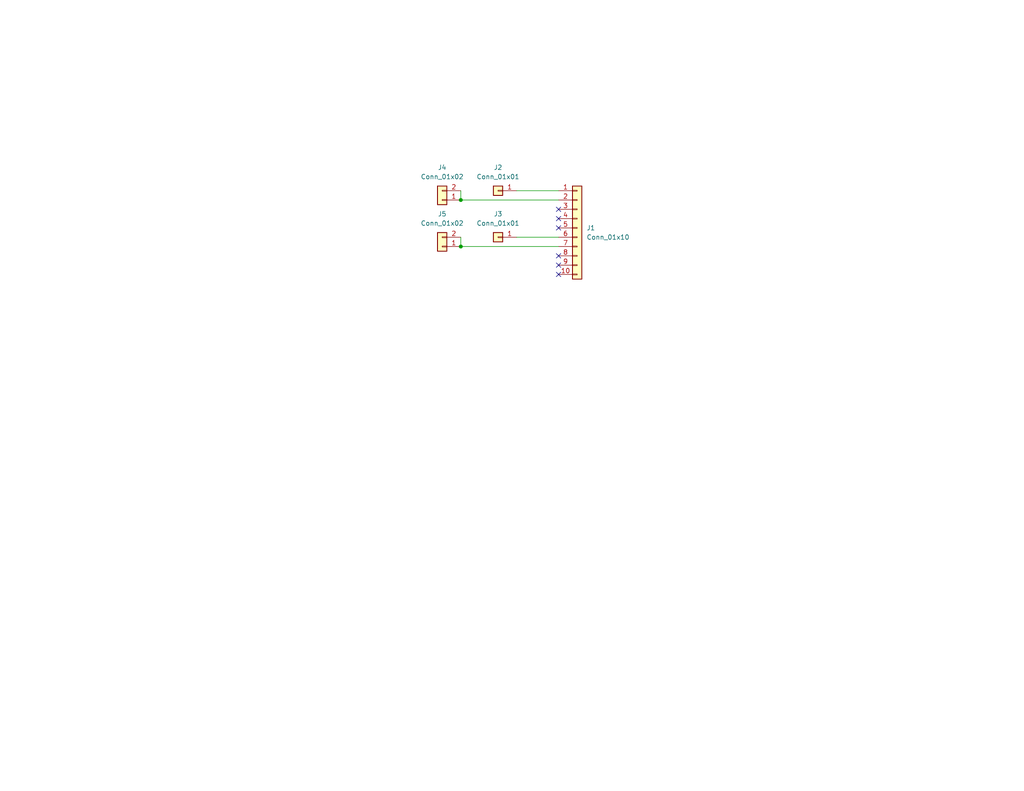
<source format=kicad_sch>
(kicad_sch (version 20231120) (generator "eeschema") (generator_version "8.0")
  (paper "A")
  (title_block (title "Rotary Switch") (date "2025-02-18") (rev "n/c") (company "DMFE"))
  (lib_symbols
    (symbol "Connector_Generic:Conn_01x01" (pin_names (offset 1.016) hide)
      (property "Reference" "J" (at 0 2.54 0))
      (property "Value" "Conn_01x01" (at 0 -2.54 0))
      (symbol "Conn_01x01_1_1"
        (rectangle (start -1.27 0.127) (end 0 -0.127) (stroke (width 0.1524)))
        (rectangle (start -1.27 1.27) (end 1.27 -1.27) (stroke (width 0.254)) (fill (type background)))
        (pin passive line (at -5.08 0 0) (length 3.81) (name "Pin_1") (number "1"))
      )
    )
    (symbol "Connector_Generic:Conn_01x02" (pin_names (offset 1.016) hide)
      (property "Reference" "J" (at 0 2.54 0))
      (property "Value" "Conn_01x02" (at 0 -5.08 0))
      (symbol "Conn_01x02_1_1"
        (rectangle (start -1.27 -2.413) (end 0 -2.667) (stroke (width 0.1524)))
        (rectangle (start -1.27 0.127) (end 0 -0.127) (stroke (width 0.1524)))
        (rectangle (start -1.27 1.27) (end 1.27 -3.81) (stroke (width 0.254)) (fill (type background)))
        (pin passive line (at -5.08 0 0) (length 3.81) (name "Pin_1") (number "1"))
        (pin passive line (at -5.08 -2.54 0) (length 3.81) (name "Pin_2") (number "2"))
      )
    )
    (symbol "Connector_Generic:Conn_01x10" (pin_names (offset 1.016) hide)
      (property "Reference" "J" (at 0 12.7 0))
      (property "Value" "Conn_01x10" (at 0 -15.24 0))
      (symbol "Conn_01x10_1_1"
        (rectangle (start -1.27 -12.573) (end 0 -12.827) (stroke (width 0.1524)))
        (rectangle (start -1.27 -10.033) (end 0 -10.287) (stroke (width 0.1524)))
        (rectangle (start -1.27 -7.493) (end 0 -7.747) (stroke (width 0.1524)))
        (rectangle (start -1.27 -4.953) (end 0 -5.207) (stroke (width 0.1524)))
        (rectangle (start -1.27 -2.413) (end 0 -2.667) (stroke (width 0.1524)))
        (rectangle (start -1.27 0.127) (end 0 -0.127) (stroke (width 0.1524)))
        (rectangle (start -1.27 2.667) (end 0 2.413) (stroke (width 0.1524)))
        (rectangle (start -1.27 5.207) (end 0 4.953) (stroke (width 0.1524)))
        (rectangle (start -1.27 7.747) (end 0 7.493) (stroke (width 0.1524)))
        (rectangle (start -1.27 10.287) (end 0 10.033) (stroke (width 0.1524)))
        (rectangle (start -1.27 11.43) (end 1.27 -13.97) (stroke (width 0.254)) (fill (type background)))
        (pin passive line (at -5.08 10.16 0) (length 3.81) (name "Pin_1") (number "1"))
        (pin passive line (at -5.08 -12.7 0) (length 3.81) (name "Pin_10") (number "10"))
        (pin passive line (at -5.08 7.62 0) (length 3.81) (name "Pin_2") (number "2"))
        (pin passive line (at -5.08 5.08 0) (length 3.81) (name "Pin_3") (number "3"))
        (pin passive line (at -5.08 2.54 0) (length 3.81) (name "Pin_4") (number "4"))
        (pin passive line (at -5.08 0 0) (length 3.81) (name "Pin_5") (number "5"))
        (pin passive line (at -5.08 -2.54 0) (length 3.81) (name "Pin_6") (number "6"))
        (pin passive line (at -5.08 -5.08 0) (length 3.81) (name "Pin_7") (number "7"))
        (pin passive line (at -5.08 -7.62 0) (length 3.81) (name "Pin_8") (number "8"))
        (pin passive line (at -5.08 -10.16 0) (length 3.81) (name "Pin_9") (number "9"))
      )
    )
  )
  (junction (at 125.73 54.61))
  (junction (at 125.73 67.31))
  (no_connect (at 152.4 62.23))
  (no_connect (at 152.4 59.69))
  (no_connect (at 152.4 57.15))
  (no_connect (at 152.4 72.39))
  (no_connect (at 152.4 74.93))
  (no_connect (at 152.4 69.85))
  (wire (pts (xy 140.97 64.77) (xy 152.4 64.77)))
  (wire (pts (xy 125.73 54.61) (xy 152.4 54.61)))
  (wire (pts (xy 125.73 52.07) (xy 125.73 54.61)))
  (wire (pts (xy 140.97 52.07) (xy 152.4 52.07)))
  (wire (pts (xy 125.73 64.77) (xy 125.73 67.31)))
  (wire (pts (xy 125.73 67.31) (xy 152.4 67.31)))
  (symbol (lib_id "Connector_Generic:Conn_01x01") (at 135.89 64.77 180) (unit 1)
    (property "Reference" "J3" (at 135.89 58.42 0))
    (property "Value" "Conn_01x01" (at 135.89 60.96 0))
    (property "Footprint" "Connector_PinHeader_2.54mm:PinHeader_1x01_P2.54mm_Vertical" (effects (hide yes)))
    (property "Description" "Generic connector, single row, 01x01, script generated (kicad-library-utils/schlib/autogen/connector/)" (effects (hide yes)))
  )
  (symbol (lib_id "Connector_Generic:Conn_01x02") (at 120.65 54.61 180) (unit 1)
    (property "Reference" "J4" (at 120.65 45.72 0))
    (property "Value" "Conn_01x02" (at 120.65 48.26 0))
    (property "Footprint" "Connector_PinHeader_2.54mm:PinHeader_1x02_P2.54mm_Vertical" (effects (hide yes)))
    (property "Description" "Generic connector, single row, 01x02, script generated (kicad-library-utils/schlib/autogen/connector/)" (effects (hide yes)))
  )
  (symbol (lib_id "Connector_Generic:Conn_01x01") (at 135.89 52.07 180) (unit 1)
    (property "Reference" "J2" (at 135.89 45.72 0))
    (property "Value" "Conn_01x01" (at 135.89 48.26 0))
    (property "Footprint" "Connector_PinHeader_2.54mm:PinHeader_1x01_P2.54mm_Vertical" (effects (hide yes)))
    (property "Description" "Generic connector, single row, 01x01, script generated (kicad-library-utils/schlib/autogen/connector/)" (effects (hide yes)))
  )
  (symbol (lib_id "Connector_Generic:Conn_01x10") (at 157.48 62.23 0) (unit 1)
    (property "Reference" "J1" (at 160.02 62.2299 0) (effects (justify left)))
    (property "Value" "Conn_01x10" (at 160.02 64.7699 0) (effects (justify left)))
    (property "Footprint" "Rotary:Rotary2x5" (effects (hide yes)))
    (property "Description" "Generic connector, single row, 01x10, script generated (kicad-library-utils/schlib/autogen/connector/)" (effects (hide yes)))
  )
  (symbol (lib_id "Connector_Generic:Conn_01x02") (at 120.65 67.31 180) (unit 1)
    (property "Reference" "J5" (at 120.65 58.42 0))
    (property "Value" "Conn_01x02" (at 120.65 60.96 0))
    (property "Footprint" "Connector_PinHeader_2.54mm:PinHeader_1x02_P2.54mm_Vertical" (effects (hide yes)))
    (property "Description" "Generic connector, single row, 01x02, script generated (kicad-library-utils/schlib/autogen/connector/)" (effects (hide yes)))
  )
)
</source>
